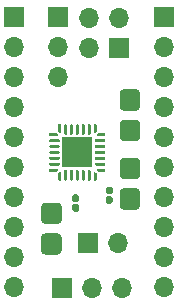
<source format=gts>
G04 #@! TF.GenerationSoftware,KiCad,Pcbnew,(5.1.8)-1*
G04 #@! TF.CreationDate,2021-06-06T23:54:00+01:00*
G04 #@! TF.ProjectId,qfn-practice,71666e2d-7072-4616-9374-6963652e6b69,rev?*
G04 #@! TF.SameCoordinates,Original*
G04 #@! TF.FileFunction,Soldermask,Top*
G04 #@! TF.FilePolarity,Negative*
%FSLAX46Y46*%
G04 Gerber Fmt 4.6, Leading zero omitted, Abs format (unit mm)*
G04 Created by KiCad (PCBNEW (5.1.8)-1) date 2021-06-06 23:54:00*
%MOMM*%
%LPD*%
G01*
G04 APERTURE LIST*
%ADD10R,1.700000X1.700000*%
%ADD11O,1.700000X1.700000*%
%ADD12C,0.100000*%
%ADD13R,2.500000X2.500000*%
G04 APERTURE END LIST*
D10*
G04 #@! TO.C,J1*
X162560000Y-58420000D03*
D11*
X162560000Y-60960000D03*
X162560000Y-63500000D03*
X162560000Y-66040000D03*
X162560000Y-68580000D03*
X162560000Y-71120000D03*
X162560000Y-73660000D03*
X162560000Y-76200000D03*
X162560000Y-78740000D03*
X162560000Y-81280000D03*
G04 #@! TD*
G04 #@! TO.C,J2*
X149860000Y-81280000D03*
X149860000Y-78740000D03*
X149860000Y-76200000D03*
X149860000Y-73660000D03*
X149860000Y-71120000D03*
X149860000Y-68580000D03*
X149860000Y-66040000D03*
X149860000Y-63500000D03*
X149860000Y-60960000D03*
D10*
X149860000Y-58420000D03*
G04 #@! TD*
D12*
G04 #@! TO.C,U2*
G36*
X156655139Y-71470865D02*
G01*
X156663581Y-71473425D01*
X156671361Y-71477584D01*
X156678180Y-71483180D01*
X156811820Y-71616820D01*
X156817416Y-71623639D01*
X156821575Y-71631419D01*
X156824135Y-71639861D01*
X156825000Y-71648640D01*
X156825000Y-72180000D01*
X156824135Y-72188779D01*
X156821575Y-72197221D01*
X156817416Y-72205001D01*
X156811820Y-72211820D01*
X156805001Y-72217416D01*
X156797221Y-72221575D01*
X156788779Y-72224135D01*
X156780000Y-72225000D01*
X156620000Y-72225000D01*
X156611221Y-72224135D01*
X156602779Y-72221575D01*
X156594999Y-72217416D01*
X156588180Y-72211820D01*
X156582584Y-72205001D01*
X156578425Y-72197221D01*
X156575865Y-72188779D01*
X156575000Y-72180000D01*
X156575000Y-71515000D01*
X156575865Y-71506221D01*
X156578425Y-71497779D01*
X156582584Y-71489999D01*
X156588180Y-71483180D01*
X156594999Y-71477584D01*
X156602779Y-71473425D01*
X156611221Y-71470865D01*
X156620000Y-71470000D01*
X156646360Y-71470000D01*
X156655139Y-71470865D01*
G37*
G36*
X153543779Y-71225865D02*
G01*
X153552221Y-71228425D01*
X153560001Y-71232584D01*
X153566820Y-71238180D01*
X153572416Y-71244999D01*
X153576575Y-71252779D01*
X153579135Y-71261221D01*
X153580000Y-71270000D01*
X153580000Y-71296360D01*
X153579135Y-71305139D01*
X153576575Y-71313581D01*
X153572416Y-71321361D01*
X153566820Y-71328180D01*
X153433180Y-71461820D01*
X153426361Y-71467416D01*
X153418581Y-71471575D01*
X153410139Y-71474135D01*
X153401360Y-71475000D01*
X152870000Y-71475000D01*
X152861221Y-71474135D01*
X152852779Y-71471575D01*
X152844999Y-71467416D01*
X152838180Y-71461820D01*
X152832584Y-71455001D01*
X152828425Y-71447221D01*
X152825865Y-71438779D01*
X152825000Y-71430000D01*
X152825000Y-71270000D01*
X152825865Y-71261221D01*
X152828425Y-71252779D01*
X152832584Y-71244999D01*
X152838180Y-71238180D01*
X152844999Y-71232584D01*
X152852779Y-71228425D01*
X152861221Y-71225865D01*
X152870000Y-71225000D01*
X153535000Y-71225000D01*
X153543779Y-71225865D01*
G37*
G36*
G01*
X154075000Y-72162500D02*
X154075000Y-71412500D01*
G75*
G02*
X154137500Y-71350000I62500J0D01*
G01*
X154262500Y-71350000D01*
G75*
G02*
X154325000Y-71412500I0J-62500D01*
G01*
X154325000Y-72162500D01*
G75*
G02*
X154262500Y-72225000I-62500J0D01*
G01*
X154137500Y-72225000D01*
G75*
G02*
X154075000Y-72162500I0J62500D01*
G01*
G37*
G36*
G01*
X152825000Y-68912500D02*
X152825000Y-68787500D01*
G75*
G02*
X152887500Y-68725000I62500J0D01*
G01*
X153637500Y-68725000D01*
G75*
G02*
X153700000Y-68787500I0J-62500D01*
G01*
X153700000Y-68912500D01*
G75*
G02*
X153637500Y-68975000I-62500J0D01*
G01*
X152887500Y-68975000D01*
G75*
G02*
X152825000Y-68912500I0J62500D01*
G01*
G37*
G36*
X153788779Y-67475865D02*
G01*
X153797221Y-67478425D01*
X153805001Y-67482584D01*
X153811820Y-67488180D01*
X153817416Y-67494999D01*
X153821575Y-67502779D01*
X153824135Y-67511221D01*
X153825000Y-67520000D01*
X153825000Y-68185000D01*
X153824135Y-68193779D01*
X153821575Y-68202221D01*
X153817416Y-68210001D01*
X153811820Y-68216820D01*
X153805001Y-68222416D01*
X153797221Y-68226575D01*
X153788779Y-68229135D01*
X153780000Y-68230000D01*
X153753640Y-68230000D01*
X153744861Y-68229135D01*
X153736419Y-68226575D01*
X153728639Y-68222416D01*
X153721820Y-68216820D01*
X153588180Y-68083180D01*
X153582584Y-68076361D01*
X153578425Y-68068581D01*
X153575865Y-68060139D01*
X153575000Y-68051360D01*
X153575000Y-67520000D01*
X153575865Y-67511221D01*
X153578425Y-67502779D01*
X153582584Y-67494999D01*
X153588180Y-67488180D01*
X153594999Y-67482584D01*
X153602779Y-67478425D01*
X153611221Y-67475865D01*
X153620000Y-67475000D01*
X153780000Y-67475000D01*
X153788779Y-67475865D01*
G37*
G36*
G01*
X155075000Y-68287500D02*
X155075000Y-67537500D01*
G75*
G02*
X155137500Y-67475000I62500J0D01*
G01*
X155262500Y-67475000D01*
G75*
G02*
X155325000Y-67537500I0J-62500D01*
G01*
X155325000Y-68287500D01*
G75*
G02*
X155262500Y-68350000I-62500J0D01*
G01*
X155137500Y-68350000D01*
G75*
G02*
X155075000Y-68287500I0J62500D01*
G01*
G37*
G36*
G01*
X156700000Y-70912500D02*
X156700000Y-70787500D01*
G75*
G02*
X156762500Y-70725000I62500J0D01*
G01*
X157512500Y-70725000D01*
G75*
G02*
X157575000Y-70787500I0J-62500D01*
G01*
X157575000Y-70912500D01*
G75*
G02*
X157512500Y-70975000I-62500J0D01*
G01*
X156762500Y-70975000D01*
G75*
G02*
X156700000Y-70912500I0J62500D01*
G01*
G37*
G36*
G01*
X154075000Y-68287500D02*
X154075000Y-67537500D01*
G75*
G02*
X154137500Y-67475000I62500J0D01*
G01*
X154262500Y-67475000D01*
G75*
G02*
X154325000Y-67537500I0J-62500D01*
G01*
X154325000Y-68287500D01*
G75*
G02*
X154262500Y-68350000I-62500J0D01*
G01*
X154137500Y-68350000D01*
G75*
G02*
X154075000Y-68287500I0J62500D01*
G01*
G37*
G36*
G01*
X154575000Y-68287500D02*
X154575000Y-67537500D01*
G75*
G02*
X154637500Y-67475000I62500J0D01*
G01*
X154762500Y-67475000D01*
G75*
G02*
X154825000Y-67537500I0J-62500D01*
G01*
X154825000Y-68287500D01*
G75*
G02*
X154762500Y-68350000I-62500J0D01*
G01*
X154637500Y-68350000D01*
G75*
G02*
X154575000Y-68287500I0J62500D01*
G01*
G37*
G36*
G01*
X155575000Y-68287500D02*
X155575000Y-67537500D01*
G75*
G02*
X155637500Y-67475000I62500J0D01*
G01*
X155762500Y-67475000D01*
G75*
G02*
X155825000Y-67537500I0J-62500D01*
G01*
X155825000Y-68287500D01*
G75*
G02*
X155762500Y-68350000I-62500J0D01*
G01*
X155637500Y-68350000D01*
G75*
G02*
X155575000Y-68287500I0J62500D01*
G01*
G37*
G36*
G01*
X156075000Y-68287500D02*
X156075000Y-67537500D01*
G75*
G02*
X156137500Y-67475000I62500J0D01*
G01*
X156262500Y-67475000D01*
G75*
G02*
X156325000Y-67537500I0J-62500D01*
G01*
X156325000Y-68287500D01*
G75*
G02*
X156262500Y-68350000I-62500J0D01*
G01*
X156137500Y-68350000D01*
G75*
G02*
X156075000Y-68287500I0J62500D01*
G01*
G37*
G36*
X156788779Y-67475865D02*
G01*
X156797221Y-67478425D01*
X156805001Y-67482584D01*
X156811820Y-67488180D01*
X156817416Y-67494999D01*
X156821575Y-67502779D01*
X156824135Y-67511221D01*
X156825000Y-67520000D01*
X156825000Y-68051360D01*
X156824135Y-68060139D01*
X156821575Y-68068581D01*
X156817416Y-68076361D01*
X156811820Y-68083180D01*
X156678180Y-68216820D01*
X156671361Y-68222416D01*
X156663581Y-68226575D01*
X156655139Y-68229135D01*
X156646360Y-68230000D01*
X156620000Y-68230000D01*
X156611221Y-68229135D01*
X156602779Y-68226575D01*
X156594999Y-68222416D01*
X156588180Y-68216820D01*
X156582584Y-68210001D01*
X156578425Y-68202221D01*
X156575865Y-68193779D01*
X156575000Y-68185000D01*
X156575000Y-67520000D01*
X156575865Y-67511221D01*
X156578425Y-67502779D01*
X156582584Y-67494999D01*
X156588180Y-67488180D01*
X156594999Y-67482584D01*
X156602779Y-67478425D01*
X156611221Y-67475865D01*
X156620000Y-67475000D01*
X156780000Y-67475000D01*
X156788779Y-67475865D01*
G37*
G36*
G01*
X156700000Y-70412500D02*
X156700000Y-70287500D01*
G75*
G02*
X156762500Y-70225000I62500J0D01*
G01*
X157512500Y-70225000D01*
G75*
G02*
X157575000Y-70287500I0J-62500D01*
G01*
X157575000Y-70412500D01*
G75*
G02*
X157512500Y-70475000I-62500J0D01*
G01*
X156762500Y-70475000D01*
G75*
G02*
X156700000Y-70412500I0J62500D01*
G01*
G37*
G36*
X157538779Y-68225865D02*
G01*
X157547221Y-68228425D01*
X157555001Y-68232584D01*
X157561820Y-68238180D01*
X157567416Y-68244999D01*
X157571575Y-68252779D01*
X157574135Y-68261221D01*
X157575000Y-68270000D01*
X157575000Y-68430000D01*
X157574135Y-68438779D01*
X157571575Y-68447221D01*
X157567416Y-68455001D01*
X157561820Y-68461820D01*
X157555001Y-68467416D01*
X157547221Y-68471575D01*
X157538779Y-68474135D01*
X157530000Y-68475000D01*
X156865000Y-68475000D01*
X156856221Y-68474135D01*
X156847779Y-68471575D01*
X156839999Y-68467416D01*
X156833180Y-68461820D01*
X156827584Y-68455001D01*
X156823425Y-68447221D01*
X156820865Y-68438779D01*
X156820000Y-68430000D01*
X156820000Y-68403640D01*
X156820865Y-68394861D01*
X156823425Y-68386419D01*
X156827584Y-68378639D01*
X156833180Y-68371820D01*
X156966820Y-68238180D01*
X156973639Y-68232584D01*
X156981419Y-68228425D01*
X156989861Y-68225865D01*
X156998640Y-68225000D01*
X157530000Y-68225000D01*
X157538779Y-68225865D01*
G37*
G36*
G01*
X155575000Y-72162500D02*
X155575000Y-71412500D01*
G75*
G02*
X155637500Y-71350000I62500J0D01*
G01*
X155762500Y-71350000D01*
G75*
G02*
X155825000Y-71412500I0J-62500D01*
G01*
X155825000Y-72162500D01*
G75*
G02*
X155762500Y-72225000I-62500J0D01*
G01*
X155637500Y-72225000D01*
G75*
G02*
X155575000Y-72162500I0J62500D01*
G01*
G37*
G36*
G01*
X152825000Y-70912500D02*
X152825000Y-70787500D01*
G75*
G02*
X152887500Y-70725000I62500J0D01*
G01*
X153637500Y-70725000D01*
G75*
G02*
X153700000Y-70787500I0J-62500D01*
G01*
X153700000Y-70912500D01*
G75*
G02*
X153637500Y-70975000I-62500J0D01*
G01*
X152887500Y-70975000D01*
G75*
G02*
X152825000Y-70912500I0J62500D01*
G01*
G37*
G36*
G01*
X152825000Y-69912500D02*
X152825000Y-69787500D01*
G75*
G02*
X152887500Y-69725000I62500J0D01*
G01*
X153637500Y-69725000D01*
G75*
G02*
X153700000Y-69787500I0J-62500D01*
G01*
X153700000Y-69912500D01*
G75*
G02*
X153637500Y-69975000I-62500J0D01*
G01*
X152887500Y-69975000D01*
G75*
G02*
X152825000Y-69912500I0J62500D01*
G01*
G37*
G36*
G01*
X156700000Y-68912500D02*
X156700000Y-68787500D01*
G75*
G02*
X156762500Y-68725000I62500J0D01*
G01*
X157512500Y-68725000D01*
G75*
G02*
X157575000Y-68787500I0J-62500D01*
G01*
X157575000Y-68912500D01*
G75*
G02*
X157512500Y-68975000I-62500J0D01*
G01*
X156762500Y-68975000D01*
G75*
G02*
X156700000Y-68912500I0J62500D01*
G01*
G37*
G36*
G01*
X156700000Y-69412500D02*
X156700000Y-69287500D01*
G75*
G02*
X156762500Y-69225000I62500J0D01*
G01*
X157512500Y-69225000D01*
G75*
G02*
X157575000Y-69287500I0J-62500D01*
G01*
X157575000Y-69412500D01*
G75*
G02*
X157512500Y-69475000I-62500J0D01*
G01*
X156762500Y-69475000D01*
G75*
G02*
X156700000Y-69412500I0J62500D01*
G01*
G37*
G36*
G01*
X156700000Y-69912500D02*
X156700000Y-69787500D01*
G75*
G02*
X156762500Y-69725000I62500J0D01*
G01*
X157512500Y-69725000D01*
G75*
G02*
X157575000Y-69787500I0J-62500D01*
G01*
X157575000Y-69912500D01*
G75*
G02*
X157512500Y-69975000I-62500J0D01*
G01*
X156762500Y-69975000D01*
G75*
G02*
X156700000Y-69912500I0J62500D01*
G01*
G37*
G36*
G01*
X152825000Y-70412500D02*
X152825000Y-70287500D01*
G75*
G02*
X152887500Y-70225000I62500J0D01*
G01*
X153637500Y-70225000D01*
G75*
G02*
X153700000Y-70287500I0J-62500D01*
G01*
X153700000Y-70412500D01*
G75*
G02*
X153637500Y-70475000I-62500J0D01*
G01*
X152887500Y-70475000D01*
G75*
G02*
X152825000Y-70412500I0J62500D01*
G01*
G37*
G36*
G01*
X156075000Y-72162500D02*
X156075000Y-71412500D01*
G75*
G02*
X156137500Y-71350000I62500J0D01*
G01*
X156262500Y-71350000D01*
G75*
G02*
X156325000Y-71412500I0J-62500D01*
G01*
X156325000Y-72162500D01*
G75*
G02*
X156262500Y-72225000I-62500J0D01*
G01*
X156137500Y-72225000D01*
G75*
G02*
X156075000Y-72162500I0J62500D01*
G01*
G37*
G36*
X157538779Y-71225865D02*
G01*
X157547221Y-71228425D01*
X157555001Y-71232584D01*
X157561820Y-71238180D01*
X157567416Y-71244999D01*
X157571575Y-71252779D01*
X157574135Y-71261221D01*
X157575000Y-71270000D01*
X157575000Y-71430000D01*
X157574135Y-71438779D01*
X157571575Y-71447221D01*
X157567416Y-71455001D01*
X157561820Y-71461820D01*
X157555001Y-71467416D01*
X157547221Y-71471575D01*
X157538779Y-71474135D01*
X157530000Y-71475000D01*
X156998640Y-71475000D01*
X156989861Y-71474135D01*
X156981419Y-71471575D01*
X156973639Y-71467416D01*
X156966820Y-71461820D01*
X156833180Y-71328180D01*
X156827584Y-71321361D01*
X156823425Y-71313581D01*
X156820865Y-71305139D01*
X156820000Y-71296360D01*
X156820000Y-71270000D01*
X156820865Y-71261221D01*
X156823425Y-71252779D01*
X156827584Y-71244999D01*
X156833180Y-71238180D01*
X156839999Y-71232584D01*
X156847779Y-71228425D01*
X156856221Y-71225865D01*
X156865000Y-71225000D01*
X157530000Y-71225000D01*
X157538779Y-71225865D01*
G37*
G36*
G01*
X154575000Y-72162500D02*
X154575000Y-71412500D01*
G75*
G02*
X154637500Y-71350000I62500J0D01*
G01*
X154762500Y-71350000D01*
G75*
G02*
X154825000Y-71412500I0J-62500D01*
G01*
X154825000Y-72162500D01*
G75*
G02*
X154762500Y-72225000I-62500J0D01*
G01*
X154637500Y-72225000D01*
G75*
G02*
X154575000Y-72162500I0J62500D01*
G01*
G37*
G36*
X153410139Y-68225865D02*
G01*
X153418581Y-68228425D01*
X153426361Y-68232584D01*
X153433180Y-68238180D01*
X153566820Y-68371820D01*
X153572416Y-68378639D01*
X153576575Y-68386419D01*
X153579135Y-68394861D01*
X153580000Y-68403640D01*
X153580000Y-68430000D01*
X153579135Y-68438779D01*
X153576575Y-68447221D01*
X153572416Y-68455001D01*
X153566820Y-68461820D01*
X153560001Y-68467416D01*
X153552221Y-68471575D01*
X153543779Y-68474135D01*
X153535000Y-68475000D01*
X152870000Y-68475000D01*
X152861221Y-68474135D01*
X152852779Y-68471575D01*
X152844999Y-68467416D01*
X152838180Y-68461820D01*
X152832584Y-68455001D01*
X152828425Y-68447221D01*
X152825865Y-68438779D01*
X152825000Y-68430000D01*
X152825000Y-68270000D01*
X152825865Y-68261221D01*
X152828425Y-68252779D01*
X152832584Y-68244999D01*
X152838180Y-68238180D01*
X152844999Y-68232584D01*
X152852779Y-68228425D01*
X152861221Y-68225865D01*
X152870000Y-68225000D01*
X153401360Y-68225000D01*
X153410139Y-68225865D01*
G37*
G36*
G01*
X152825000Y-69412500D02*
X152825000Y-69287500D01*
G75*
G02*
X152887500Y-69225000I62500J0D01*
G01*
X153637500Y-69225000D01*
G75*
G02*
X153700000Y-69287500I0J-62500D01*
G01*
X153700000Y-69412500D01*
G75*
G02*
X153637500Y-69475000I-62500J0D01*
G01*
X152887500Y-69475000D01*
G75*
G02*
X152825000Y-69412500I0J62500D01*
G01*
G37*
G36*
X153788779Y-71470865D02*
G01*
X153797221Y-71473425D01*
X153805001Y-71477584D01*
X153811820Y-71483180D01*
X153817416Y-71489999D01*
X153821575Y-71497779D01*
X153824135Y-71506221D01*
X153825000Y-71515000D01*
X153825000Y-72180000D01*
X153824135Y-72188779D01*
X153821575Y-72197221D01*
X153817416Y-72205001D01*
X153811820Y-72211820D01*
X153805001Y-72217416D01*
X153797221Y-72221575D01*
X153788779Y-72224135D01*
X153780000Y-72225000D01*
X153620000Y-72225000D01*
X153611221Y-72224135D01*
X153602779Y-72221575D01*
X153594999Y-72217416D01*
X153588180Y-72211820D01*
X153582584Y-72205001D01*
X153578425Y-72197221D01*
X153575865Y-72188779D01*
X153575000Y-72180000D01*
X153575000Y-71648640D01*
X153575865Y-71639861D01*
X153578425Y-71631419D01*
X153582584Y-71623639D01*
X153588180Y-71616820D01*
X153721820Y-71483180D01*
X153728639Y-71477584D01*
X153736419Y-71473425D01*
X153744861Y-71470865D01*
X153753640Y-71470000D01*
X153780000Y-71470000D01*
X153788779Y-71470865D01*
G37*
G36*
G01*
X155075000Y-72162500D02*
X155075000Y-71412500D01*
G75*
G02*
X155137500Y-71350000I62500J0D01*
G01*
X155262500Y-71350000D01*
G75*
G02*
X155325000Y-71412500I0J-62500D01*
G01*
X155325000Y-72162500D01*
G75*
G02*
X155262500Y-72225000I-62500J0D01*
G01*
X155137500Y-72225000D01*
G75*
G02*
X155075000Y-72162500I0J62500D01*
G01*
G37*
D13*
X155200000Y-69850000D03*
G04 #@! TD*
G04 #@! TO.C,C1*
G36*
G01*
X160189000Y-74690800D02*
X159111000Y-74690800D01*
G75*
G02*
X158775000Y-74354800I0J336000D01*
G01*
X158775000Y-73226800D01*
G75*
G02*
X159111000Y-72890800I336000J0D01*
G01*
X160189000Y-72890800D01*
G75*
G02*
X160525000Y-73226800I0J-336000D01*
G01*
X160525000Y-74354800D01*
G75*
G02*
X160189000Y-74690800I-336000J0D01*
G01*
G37*
G36*
G01*
X160189000Y-72100000D02*
X159111000Y-72100000D01*
G75*
G02*
X158775000Y-71764000I0J336000D01*
G01*
X158775000Y-70636000D01*
G75*
G02*
X159111000Y-70300000I336000J0D01*
G01*
X160189000Y-70300000D01*
G75*
G02*
X160525000Y-70636000I0J-336000D01*
G01*
X160525000Y-71764000D01*
G75*
G02*
X160189000Y-72100000I-336000J0D01*
G01*
G37*
G04 #@! TD*
G04 #@! TO.C,C2*
G36*
G01*
X153539000Y-75909200D02*
X152461000Y-75909200D01*
G75*
G02*
X152125000Y-75573200I0J336000D01*
G01*
X152125000Y-74445200D01*
G75*
G02*
X152461000Y-74109200I336000J0D01*
G01*
X153539000Y-74109200D01*
G75*
G02*
X153875000Y-74445200I0J-336000D01*
G01*
X153875000Y-75573200D01*
G75*
G02*
X153539000Y-75909200I-336000J0D01*
G01*
G37*
G36*
G01*
X153539000Y-78500000D02*
X152461000Y-78500000D01*
G75*
G02*
X152125000Y-78164000I0J336000D01*
G01*
X152125000Y-77036000D01*
G75*
G02*
X152461000Y-76700000I336000J0D01*
G01*
X153539000Y-76700000D01*
G75*
G02*
X153875000Y-77036000I0J-336000D01*
G01*
X153875000Y-78164000D01*
G75*
G02*
X153539000Y-78500000I-336000J0D01*
G01*
G37*
G04 #@! TD*
G04 #@! TO.C,C3*
G36*
G01*
X159111000Y-64509200D02*
X160189000Y-64509200D01*
G75*
G02*
X160525000Y-64845200I0J-336000D01*
G01*
X160525000Y-65973200D01*
G75*
G02*
X160189000Y-66309200I-336000J0D01*
G01*
X159111000Y-66309200D01*
G75*
G02*
X158775000Y-65973200I0J336000D01*
G01*
X158775000Y-64845200D01*
G75*
G02*
X159111000Y-64509200I336000J0D01*
G01*
G37*
G36*
G01*
X159111000Y-67100000D02*
X160189000Y-67100000D01*
G75*
G02*
X160525000Y-67436000I0J-336000D01*
G01*
X160525000Y-68564000D01*
G75*
G02*
X160189000Y-68900000I-336000J0D01*
G01*
X159111000Y-68900000D01*
G75*
G02*
X158775000Y-68564000I0J336000D01*
G01*
X158775000Y-67436000D01*
G75*
G02*
X159111000Y-67100000I336000J0D01*
G01*
G37*
G04 #@! TD*
G04 #@! TO.C,JP2*
G36*
G01*
X158058750Y-73377500D02*
X157741250Y-73377500D01*
G75*
G02*
X157582500Y-73218750I0J158750D01*
G01*
X157582500Y-72901250D01*
G75*
G02*
X157741250Y-72742500I158750J0D01*
G01*
X158058750Y-72742500D01*
G75*
G02*
X158217500Y-72901250I0J-158750D01*
G01*
X158217500Y-73218750D01*
G75*
G02*
X158058750Y-73377500I-158750J0D01*
G01*
G37*
G36*
G01*
X158058750Y-74192500D02*
X157741250Y-74192500D01*
G75*
G02*
X157582500Y-74033750I0J158750D01*
G01*
X157582500Y-73716250D01*
G75*
G02*
X157741250Y-73557500I158750J0D01*
G01*
X158058750Y-73557500D01*
G75*
G02*
X158217500Y-73716250I0J-158750D01*
G01*
X158217500Y-74033750D01*
G75*
G02*
X158058750Y-74192500I-158750J0D01*
G01*
G37*
G04 #@! TD*
G04 #@! TO.C,JP5*
G36*
G01*
X154891250Y-74222500D02*
X155208750Y-74222500D01*
G75*
G02*
X155367500Y-74381250I0J-158750D01*
G01*
X155367500Y-74698750D01*
G75*
G02*
X155208750Y-74857500I-158750J0D01*
G01*
X154891250Y-74857500D01*
G75*
G02*
X154732500Y-74698750I0J158750D01*
G01*
X154732500Y-74381250D01*
G75*
G02*
X154891250Y-74222500I158750J0D01*
G01*
G37*
G36*
G01*
X154891250Y-73407500D02*
X155208750Y-73407500D01*
G75*
G02*
X155367500Y-73566250I0J-158750D01*
G01*
X155367500Y-73883750D01*
G75*
G02*
X155208750Y-74042500I-158750J0D01*
G01*
X154891250Y-74042500D01*
G75*
G02*
X154732500Y-73883750I0J158750D01*
G01*
X154732500Y-73566250D01*
G75*
G02*
X154891250Y-73407500I158750J0D01*
G01*
G37*
G04 #@! TD*
D10*
G04 #@! TO.C,J3*
X153900000Y-81300000D03*
D11*
X156440000Y-81300000D03*
X158980000Y-81300000D03*
G04 #@! TD*
D10*
G04 #@! TO.C,J5*
X156100000Y-77500000D03*
D11*
X158640000Y-77500000D03*
G04 #@! TD*
D10*
G04 #@! TO.C,J7*
X153550000Y-58400000D03*
D11*
X153550000Y-60940000D03*
X153550000Y-63480000D03*
G04 #@! TD*
D10*
G04 #@! TO.C,J4*
X158740000Y-61000000D03*
D11*
X156200000Y-61000000D03*
X158740000Y-58460000D03*
X156200000Y-58460000D03*
G04 #@! TD*
M02*

</source>
